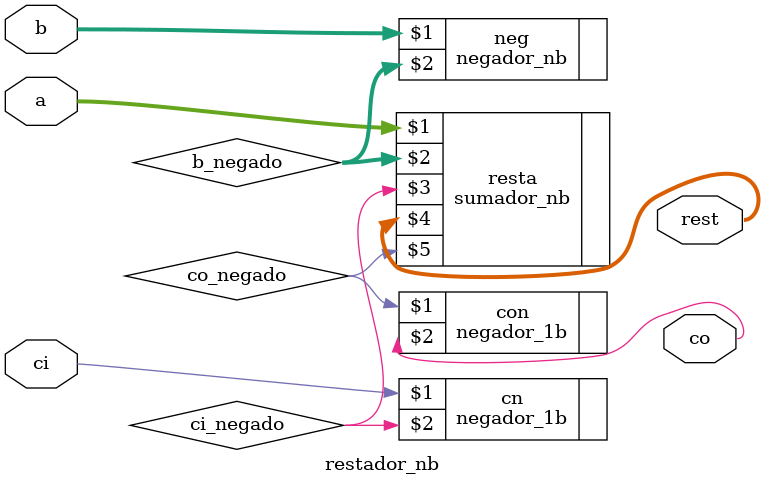
<source format=sv>
module restador_nb #(parameter N = 4) (input logic [N-1:0] a, b,
												  input logic ci,
												  output logic [N-1:0] rest,
												  output logic co);

wire [N-1:0] b_negado ;
wire ci_negado,co_negado; 
negador_nb #(N) neg (b, b_negado);
negador_1b cn (ci,ci_negado ); 
sumador_nb #(N) resta (a,b_negado,ci_negado,rest,co_negado);
negador_1b con (co_negado,co);
												  

endmodule 
</source>
